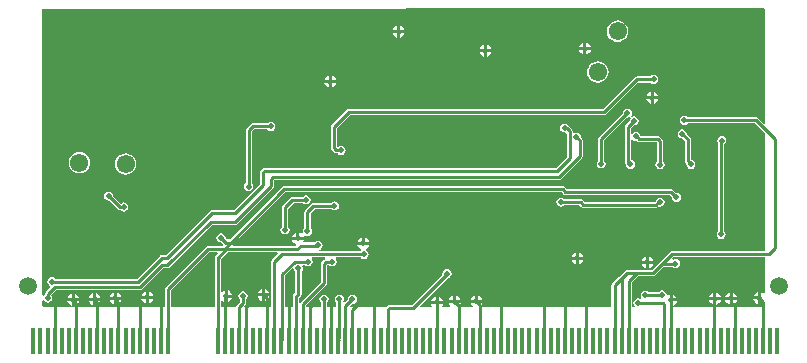
<source format=gbl>
G04*
G04 #@! TF.GenerationSoftware,Altium Limited,Altium Designer,20.0.11 (256)*
G04*
G04 Layer_Physical_Order=2*
G04 Layer_Color=16711680*
%FSLAX25Y25*%
%MOIN*%
G70*
G01*
G75*
%ADD16C,0.01000*%
%ADD52R,0.01772X0.09055*%
%ADD53C,0.06102*%
%ADD54C,0.05906*%
%ADD55C,0.02000*%
G36*
X253500Y116048D02*
Y78095D01*
X253038Y77904D01*
X251221Y79721D01*
X250890Y79942D01*
X250500Y80020D01*
X227723D01*
X227681Y80081D01*
X227185Y80413D01*
X226600Y80529D01*
X226015Y80413D01*
X225519Y80081D01*
X225187Y79585D01*
X225071Y79000D01*
X225187Y78415D01*
X225519Y77919D01*
X226015Y77587D01*
X226600Y77471D01*
X227185Y77587D01*
X227681Y77919D01*
X227723Y77980D01*
X250078D01*
X253500Y74558D01*
Y35420D01*
X222500D01*
X222110Y35342D01*
X221779Y35121D01*
X218585Y31927D01*
X215690Y29032D01*
X207413D01*
X207022Y28955D01*
X206692Y28734D01*
X204679Y26721D01*
X202625Y24667D01*
X202404Y24337D01*
X202327Y23946D01*
Y16600D01*
X158657D01*
X158505Y17100D01*
X158742Y17258D01*
X159184Y17920D01*
X159240Y18200D01*
X155360D01*
X155416Y17920D01*
X155858Y17258D01*
X156095Y17100D01*
X155943Y16600D01*
X151756D01*
X151618Y16895D01*
X151570Y17100D01*
X151984Y17720D01*
X152040Y18000D01*
X148160D01*
X148216Y17720D01*
X148630Y17100D01*
X148582Y16895D01*
X148444Y16600D01*
X146071D01*
X145804Y17100D01*
X146084Y17520D01*
X146140Y17800D01*
X142260D01*
X142316Y17520D01*
X142596Y17100D01*
X142329Y16600D01*
X138595D01*
X138404Y17062D01*
X147765Y26423D01*
X148085Y26487D01*
X148581Y26819D01*
X148913Y27315D01*
X149029Y27900D01*
X148913Y28485D01*
X148581Y28981D01*
X148085Y29313D01*
X147500Y29429D01*
X146915Y29313D01*
X146419Y28981D01*
X146087Y28485D01*
X145971Y27900D01*
X146035Y27577D01*
X135878Y17420D01*
X128342D01*
X127952Y17342D01*
X127621Y17121D01*
X127100Y16600D01*
X115295D01*
X115104Y17062D01*
X115836Y17795D01*
X116000Y17762D01*
X116585Y17878D01*
X117081Y18210D01*
X117413Y18706D01*
X117529Y19291D01*
X117413Y19877D01*
X117081Y20373D01*
X116585Y20704D01*
X116000Y20821D01*
X115415Y20704D01*
X114919Y20373D01*
X114587Y19877D01*
X114476Y19318D01*
X113468Y18309D01*
X112911Y18460D01*
X112873Y18605D01*
X113013Y18815D01*
X113129Y19400D01*
X113013Y19985D01*
X112681Y20481D01*
X112185Y20813D01*
X111600Y20929D01*
X111015Y20813D01*
X110519Y20481D01*
X110187Y19985D01*
X110071Y19400D01*
X110187Y18815D01*
X110519Y18319D01*
X110580Y18277D01*
Y16600D01*
X107520D01*
Y18227D01*
X107581Y18269D01*
X107913Y18765D01*
X108029Y19350D01*
X107913Y19935D01*
X107581Y20431D01*
X107085Y20763D01*
X106500Y20879D01*
X105915Y20763D01*
X105419Y20431D01*
X105087Y19935D01*
X104971Y19350D01*
X105087Y18765D01*
X105419Y18269D01*
X105480Y18227D01*
Y16600D01*
X100429D01*
Y17287D01*
X107221Y24079D01*
X107442Y24410D01*
X107520Y24800D01*
Y30780D01*
X108077D01*
X108119Y30719D01*
X108615Y30387D01*
X109200Y30271D01*
X109785Y30387D01*
X110281Y30719D01*
X110613Y31215D01*
X110729Y31800D01*
X110613Y32385D01*
X110349Y32780D01*
X110469Y33141D01*
X110570Y33280D01*
X118777D01*
X118819Y33219D01*
X119315Y32887D01*
X119900Y32771D01*
X120485Y32887D01*
X120981Y33219D01*
X121313Y33715D01*
X121429Y34300D01*
X121313Y34885D01*
X120981Y35381D01*
X120547Y35672D01*
X120537Y35698D01*
X120507Y35969D01*
X120528Y36214D01*
X121042Y36558D01*
X121484Y37220D01*
X121540Y37500D01*
X117660D01*
X117716Y37220D01*
X118158Y36558D01*
X118820Y36116D01*
X118826Y36115D01*
X118956Y35612D01*
X118680Y35320D01*
X104796D01*
X104746Y35820D01*
X105085Y35887D01*
X105581Y36219D01*
X105913Y36715D01*
X106029Y37300D01*
X105913Y37885D01*
X105581Y38381D01*
X105085Y38713D01*
X104500Y38829D01*
X103915Y38713D01*
X103419Y38381D01*
X103344Y38270D01*
X99780D01*
X99544Y38711D01*
X99684Y38920D01*
X99740Y39200D01*
X95860D01*
X95916Y38920D01*
X96358Y38258D01*
X97020Y37816D01*
X97066Y37807D01*
X97231Y37310D01*
X96989Y37020D01*
X76315D01*
X76123Y37481D01*
X93622Y54980D01*
X185678D01*
X186179Y54479D01*
X186510Y54258D01*
X186900Y54180D01*
X221678D01*
X222485Y53373D01*
X222471Y53300D01*
X222587Y52715D01*
X222919Y52219D01*
X223415Y51887D01*
X224000Y51771D01*
X224585Y51887D01*
X225081Y52219D01*
X225413Y52715D01*
X225529Y53300D01*
X225413Y53885D01*
X225081Y54381D01*
X224585Y54713D01*
X224000Y54829D01*
X223927Y54815D01*
X222821Y55921D01*
X222490Y56142D01*
X222100Y56220D01*
X187322D01*
X186821Y56721D01*
X186490Y56942D01*
X186100Y57020D01*
X93200D01*
X92810Y56942D01*
X92479Y56721D01*
X75028Y39270D01*
X74172D01*
X73715Y39727D01*
X73729Y39800D01*
X73613Y40385D01*
X73281Y40881D01*
X72785Y41213D01*
X72200Y41329D01*
X71615Y41213D01*
X71119Y40881D01*
X70787Y40385D01*
X70671Y39800D01*
X70787Y39215D01*
X71119Y38719D01*
X71615Y38387D01*
X72200Y38271D01*
X72273Y38285D01*
X72804Y37754D01*
X72825Y37500D01*
X72380Y37020D01*
X67900D01*
X67510Y36942D01*
X67179Y36721D01*
X53807Y23348D01*
X53586Y23018D01*
X53508Y22628D01*
Y16600D01*
X13100D01*
X12600Y17100D01*
Y18794D01*
X13100Y18946D01*
X13319Y18619D01*
X13815Y18287D01*
X14400Y18171D01*
X14985Y18287D01*
X15481Y18619D01*
X15813Y19115D01*
X15929Y19700D01*
X15813Y20285D01*
X15538Y20696D01*
X17222Y22380D01*
X45200D01*
X45590Y22458D01*
X45921Y22679D01*
X52922Y29680D01*
X54300D01*
X54690Y29758D01*
X55021Y29979D01*
X69172Y44130D01*
X76850D01*
X77240Y44208D01*
X77571Y44429D01*
X89621Y56479D01*
X89842Y56810D01*
X89920Y57200D01*
Y59080D01*
X184700D01*
X185090Y59158D01*
X185421Y59379D01*
X192421Y66379D01*
X192642Y66710D01*
X192720Y67100D01*
Y72400D01*
X192642Y72790D01*
X192421Y73121D01*
X192115Y73427D01*
X192129Y73500D01*
X192013Y74085D01*
X191681Y74581D01*
X191185Y74913D01*
X190600Y75029D01*
X190015Y74913D01*
X189920Y74849D01*
X189420Y75117D01*
Y75493D01*
X189342Y75883D01*
X189121Y76214D01*
X188305Y77030D01*
X188025Y77217D01*
X187781Y77581D01*
X187285Y77913D01*
X186700Y78029D01*
X186115Y77913D01*
X185619Y77581D01*
X185287Y77085D01*
X185171Y76500D01*
X185287Y75915D01*
X185619Y75419D01*
X186115Y75087D01*
X186700Y74971D01*
X186880Y75007D01*
X187380Y74596D01*
Y66722D01*
X183778Y63120D01*
X86700D01*
X86310Y63042D01*
X85979Y62821D01*
X85479Y62321D01*
X85258Y61990D01*
X85180Y61600D01*
Y57822D01*
X76378Y49020D01*
X69200D01*
X68810Y48942D01*
X68479Y48721D01*
X53878Y34120D01*
X52400D01*
X52010Y34042D01*
X51679Y33821D01*
X44078Y26220D01*
X16923D01*
X16881Y26281D01*
X16385Y26613D01*
X15800Y26729D01*
X15215Y26613D01*
X14719Y26281D01*
X14387Y25785D01*
X14271Y25200D01*
X14387Y24615D01*
X14719Y24119D01*
X15109Y23858D01*
X15264Y23306D01*
X13797Y21839D01*
X13576Y21508D01*
X13498Y21118D01*
Y20901D01*
X13319Y20781D01*
X13100Y20454D01*
X12600Y20606D01*
Y116100D01*
X253146Y116401D01*
X253500Y116048D01*
D02*
G37*
G36*
X106889Y32780D02*
X106696Y32742D01*
X106365Y32521D01*
X105779Y31935D01*
X105558Y31604D01*
X105480Y31214D01*
Y25222D01*
X98689Y18430D01*
X98567Y18248D01*
X98067Y18400D01*
Y19825D01*
X98721Y20479D01*
X98942Y20810D01*
X99020Y21200D01*
Y28477D01*
X99081Y28519D01*
X99413Y29015D01*
X99529Y29600D01*
X99413Y30185D01*
X99283Y30380D01*
X99550Y30880D01*
X100077D01*
X100119Y30819D01*
X100615Y30487D01*
X101200Y30371D01*
X101785Y30487D01*
X102281Y30819D01*
X102613Y31315D01*
X102729Y31900D01*
X102613Y32485D01*
X102416Y32780D01*
X102665Y33280D01*
X106840D01*
X106889Y32780D01*
D02*
G37*
G36*
X253500Y21456D02*
X253205Y21318D01*
X253000Y21270D01*
X252380Y21684D01*
X252100Y21740D01*
Y19800D01*
Y17860D01*
X252380Y17916D01*
X253000Y18330D01*
X253205Y18282D01*
X253500Y18144D01*
Y16600D01*
X222446D01*
X222397Y17100D01*
X222980Y17216D01*
X223642Y17658D01*
X224084Y18320D01*
X224140Y18600D01*
X222200D01*
Y19100D01*
X221700D01*
Y21040D01*
X221420Y20984D01*
X221106Y20774D01*
X221075Y20776D01*
X220584Y21027D01*
X220513Y21385D01*
X220181Y21881D01*
X219685Y22213D01*
X219100Y22329D01*
X218515Y22213D01*
X218019Y21881D01*
X217977Y21820D01*
X214723D01*
X214681Y21881D01*
X214185Y22213D01*
X213600Y22329D01*
X213015Y22213D01*
X212519Y21881D01*
X212187Y21385D01*
X212071Y20800D01*
X212187Y20215D01*
X212270Y20091D01*
X212070Y19489D01*
X211907Y19431D01*
X211785Y19513D01*
X211200Y19629D01*
X210615Y19513D01*
X210119Y19181D01*
X209787Y18685D01*
X209671Y18100D01*
X209787Y17515D01*
X210064Y17100D01*
X209972Y16794D01*
X209845Y16600D01*
X209090D01*
Y24848D01*
X211235Y26993D01*
X216113D01*
X216503Y27071D01*
X216833Y27292D01*
X219729Y30187D01*
X222473D01*
X222519Y30119D01*
X223015Y29787D01*
X223600Y29671D01*
X224185Y29787D01*
X224681Y30119D01*
X225013Y30615D01*
X225129Y31200D01*
X225013Y31785D01*
X224681Y32281D01*
X224185Y32613D01*
X223600Y32729D01*
X223015Y32613D01*
X222848Y32502D01*
X222773Y32524D01*
X222629Y33087D01*
X222922Y33380D01*
X253500D01*
Y21456D01*
D02*
G37*
G36*
X96265Y29664D02*
X96484Y29535D01*
X96587Y29015D01*
X96919Y28519D01*
X96980Y28477D01*
Y21622D01*
X96326Y20968D01*
X96105Y20637D01*
X96028Y20247D01*
Y16600D01*
X93520D01*
Y27278D01*
X95990Y29748D01*
X96265Y29664D01*
D02*
G37*
G36*
X91162Y34519D02*
X89279Y32635D01*
X89058Y32304D01*
X88980Y31914D01*
Y16600D01*
X80195D01*
X80004Y17062D01*
X80221Y17279D01*
X80442Y17610D01*
X80520Y18000D01*
Y19377D01*
X80581Y19419D01*
X80913Y19915D01*
X81029Y20500D01*
X80913Y21085D01*
X80581Y21581D01*
X80085Y21913D01*
X79500Y22029D01*
X78915Y21913D01*
X78419Y21581D01*
X78087Y21085D01*
X77971Y20500D01*
X78087Y19915D01*
X78419Y19419D01*
X78480Y19377D01*
Y18422D01*
X77429Y17371D01*
X77208Y17040D01*
X77130Y16650D01*
Y16600D01*
X72083D01*
Y18689D01*
X72583Y18875D01*
X73120Y18516D01*
X73400Y18460D01*
Y20400D01*
Y22340D01*
X73120Y22284D01*
X72583Y21925D01*
X72083Y22111D01*
Y32641D01*
X74422Y34980D01*
X90971D01*
X91162Y34519D01*
D02*
G37*
G36*
X71077D02*
X70342Y33784D01*
X70121Y33453D01*
X70043Y33063D01*
Y16600D01*
X55547D01*
Y22205D01*
X68322Y34980D01*
X70885D01*
X71077Y34519D01*
D02*
G37*
%LPC*%
G36*
X131900Y110440D02*
Y109000D01*
X133340D01*
X133284Y109280D01*
X132842Y109942D01*
X132180Y110384D01*
X131900Y110440D01*
D02*
G37*
G36*
X130900D02*
X130620Y110384D01*
X129958Y109942D01*
X129516Y109280D01*
X129460Y109000D01*
X130900D01*
Y110440D01*
D02*
G37*
G36*
X133340Y108000D02*
X131900D01*
Y106560D01*
X132180Y106616D01*
X132842Y107058D01*
X133284Y107720D01*
X133340Y108000D01*
D02*
G37*
G36*
X130900D02*
X129460D01*
X129516Y107720D01*
X129958Y107058D01*
X130620Y106616D01*
X130900Y106560D01*
Y108000D01*
D02*
G37*
G36*
X204400Y112282D02*
X203473Y112160D01*
X202609Y111802D01*
X201867Y111233D01*
X201298Y110491D01*
X200940Y109627D01*
X200818Y108700D01*
X200940Y107773D01*
X201298Y106909D01*
X201867Y106167D01*
X202609Y105598D01*
X203473Y105240D01*
X204400Y105118D01*
X205327Y105240D01*
X206191Y105598D01*
X206933Y106167D01*
X207502Y106909D01*
X207860Y107773D01*
X207982Y108700D01*
X207860Y109627D01*
X207502Y110491D01*
X206933Y111233D01*
X206191Y111802D01*
X205327Y112160D01*
X204400Y112282D01*
D02*
G37*
G36*
X194000Y104840D02*
Y103400D01*
X195440D01*
X195384Y103680D01*
X194942Y104342D01*
X194280Y104784D01*
X194000Y104840D01*
D02*
G37*
G36*
X193000D02*
X192720Y104784D01*
X192058Y104342D01*
X191616Y103680D01*
X191560Y103400D01*
X193000D01*
Y104840D01*
D02*
G37*
G36*
X160800Y104140D02*
Y102700D01*
X162240D01*
X162184Y102980D01*
X161742Y103642D01*
X161080Y104084D01*
X160800Y104140D01*
D02*
G37*
G36*
X159800D02*
X159520Y104084D01*
X158858Y103642D01*
X158416Y102980D01*
X158360Y102700D01*
X159800D01*
Y104140D01*
D02*
G37*
G36*
X195440Y102400D02*
X194000D01*
Y100960D01*
X194280Y101016D01*
X194942Y101458D01*
X195384Y102120D01*
X195440Y102400D01*
D02*
G37*
G36*
X193000D02*
X191560D01*
X191616Y102120D01*
X192058Y101458D01*
X192720Y101016D01*
X193000Y100960D01*
Y102400D01*
D02*
G37*
G36*
X162240Y101700D02*
X160800D01*
Y100260D01*
X161080Y100316D01*
X161742Y100758D01*
X162184Y101420D01*
X162240Y101700D01*
D02*
G37*
G36*
X159800D02*
X158360D01*
X158416Y101420D01*
X158858Y100758D01*
X159520Y100316D01*
X159800Y100260D01*
Y101700D01*
D02*
G37*
G36*
X109100Y93840D02*
Y92400D01*
X110540D01*
X110484Y92680D01*
X110042Y93342D01*
X109380Y93784D01*
X109100Y93840D01*
D02*
G37*
G36*
X108100D02*
X107820Y93784D01*
X107158Y93342D01*
X106716Y92680D01*
X106660Y92400D01*
X108100D01*
Y93840D01*
D02*
G37*
G36*
X197800Y98682D02*
X196873Y98560D01*
X196009Y98202D01*
X195267Y97633D01*
X194698Y96891D01*
X194340Y96027D01*
X194218Y95100D01*
X194340Y94173D01*
X194698Y93309D01*
X195267Y92567D01*
X196009Y91998D01*
X196873Y91640D01*
X197800Y91518D01*
X198727Y91640D01*
X199591Y91998D01*
X200333Y92567D01*
X200902Y93309D01*
X201260Y94173D01*
X201382Y95100D01*
X201260Y96027D01*
X200902Y96891D01*
X200333Y97633D01*
X199591Y98202D01*
X198727Y98560D01*
X197800Y98682D01*
D02*
G37*
G36*
X216370Y94129D02*
X215785Y94013D01*
X215289Y93681D01*
X215248Y93620D01*
X210800D01*
X210410Y93542D01*
X210079Y93321D01*
X199478Y82720D01*
X114700D01*
X114310Y82642D01*
X113979Y82421D01*
X108979Y77421D01*
X108758Y77090D01*
X108680Y76700D01*
Y69900D01*
X108758Y69510D01*
X108979Y69179D01*
X109879Y68279D01*
X110210Y68058D01*
X110600Y67980D01*
X111077D01*
X111119Y67919D01*
X111615Y67587D01*
X112200Y67471D01*
X112785Y67587D01*
X113281Y67919D01*
X113613Y68415D01*
X113729Y69000D01*
X113613Y69585D01*
X113281Y70081D01*
X112785Y70413D01*
X112200Y70529D01*
X111615Y70413D01*
X111119Y70081D01*
X110720Y70370D01*
Y76278D01*
X115122Y80680D01*
X199900D01*
X200290Y80758D01*
X200621Y80979D01*
X211222Y91580D01*
X215248D01*
X215289Y91519D01*
X215785Y91187D01*
X216370Y91071D01*
X216956Y91187D01*
X217452Y91519D01*
X217783Y92015D01*
X217900Y92600D01*
X217783Y93185D01*
X217452Y93681D01*
X216956Y94013D01*
X216370Y94129D01*
D02*
G37*
G36*
X110540Y91400D02*
X109100D01*
Y89960D01*
X109380Y90016D01*
X110042Y90458D01*
X110484Y91120D01*
X110540Y91400D01*
D02*
G37*
G36*
X108100D02*
X106660D01*
X106716Y91120D01*
X107158Y90458D01*
X107820Y90016D01*
X108100Y89960D01*
Y91400D01*
D02*
G37*
G36*
X216400Y88440D02*
Y87000D01*
X217840D01*
X217784Y87280D01*
X217342Y87942D01*
X216680Y88384D01*
X216400Y88440D01*
D02*
G37*
G36*
X215400D02*
X215120Y88384D01*
X214458Y87942D01*
X214016Y87280D01*
X213960Y87000D01*
X215400D01*
Y88440D01*
D02*
G37*
G36*
X217840Y86000D02*
X216400D01*
Y84560D01*
X216680Y84616D01*
X217342Y85058D01*
X217784Y85720D01*
X217840Y86000D01*
D02*
G37*
G36*
X215400D02*
X213960D01*
X214016Y85720D01*
X214458Y85058D01*
X215120Y84616D01*
X215400Y84560D01*
Y86000D01*
D02*
G37*
G36*
X207600Y82929D02*
X207015Y82813D01*
X206519Y82481D01*
X206187Y81985D01*
X206071Y81400D01*
X206085Y81327D01*
X198179Y73421D01*
X197958Y73090D01*
X197880Y72700D01*
Y65623D01*
X197819Y65581D01*
X197487Y65085D01*
X197371Y64500D01*
X197487Y63915D01*
X197819Y63419D01*
X198315Y63087D01*
X198900Y62971D01*
X199485Y63087D01*
X199981Y63419D01*
X200313Y63915D01*
X200429Y64500D01*
X200313Y65085D01*
X199981Y65581D01*
X199920Y65623D01*
Y72278D01*
X207527Y79885D01*
X207600Y79871D01*
X208185Y79987D01*
X208370Y80111D01*
X208731Y79750D01*
X208487Y79385D01*
X208371Y78800D01*
X208385Y78727D01*
X206979Y77321D01*
X206758Y76990D01*
X206680Y76600D01*
Y65386D01*
X206758Y64996D01*
X206979Y64665D01*
X207116Y64528D01*
X207071Y64300D01*
X207187Y63715D01*
X207519Y63219D01*
X208015Y62887D01*
X208600Y62771D01*
X209185Y62887D01*
X209681Y63219D01*
X210013Y63715D01*
X210129Y64300D01*
X210013Y64885D01*
X209681Y65381D01*
X209185Y65713D01*
X208723Y65805D01*
X208720Y65808D01*
Y72665D01*
X209220Y72816D01*
X209419Y72519D01*
X209915Y72187D01*
X210500Y72071D01*
X210728Y72116D01*
X210865Y71979D01*
X211196Y71758D01*
X211586Y71680D01*
X217478D01*
X217480Y71678D01*
Y65323D01*
X217419Y65281D01*
X217087Y64785D01*
X216971Y64200D01*
X217087Y63615D01*
X217419Y63119D01*
X217915Y62787D01*
X218500Y62671D01*
X219085Y62787D01*
X219581Y63119D01*
X219913Y63615D01*
X220029Y64200D01*
X219913Y64785D01*
X219581Y65281D01*
X219520Y65323D01*
Y72100D01*
X219442Y72490D01*
X219221Y72821D01*
X218621Y73421D01*
X218290Y73642D01*
X217900Y73720D01*
X212008D01*
X212005Y73723D01*
X211913Y74185D01*
X211581Y74681D01*
X211085Y75013D01*
X210500Y75129D01*
X209915Y75013D01*
X209419Y74681D01*
X209220Y74384D01*
X208720Y74535D01*
Y76178D01*
X209827Y77285D01*
X209900Y77271D01*
X210485Y77387D01*
X210981Y77719D01*
X211313Y78215D01*
X211429Y78800D01*
X211313Y79385D01*
X210981Y79881D01*
X210485Y80213D01*
X209900Y80329D01*
X209315Y80213D01*
X209130Y80089D01*
X208769Y80450D01*
X209013Y80815D01*
X209129Y81400D01*
X209013Y81985D01*
X208681Y82481D01*
X208185Y82813D01*
X207600Y82929D01*
D02*
G37*
G36*
X88800Y78529D02*
X88215Y78413D01*
X87719Y78081D01*
X87677Y78020D01*
X82800D01*
X82410Y77942D01*
X82079Y77721D01*
X80679Y76321D01*
X80458Y75990D01*
X80380Y75600D01*
Y58023D01*
X80319Y57981D01*
X79987Y57485D01*
X79871Y56900D01*
X79987Y56315D01*
X80319Y55819D01*
X80815Y55487D01*
X81400Y55371D01*
X81985Y55487D01*
X82481Y55819D01*
X82813Y56315D01*
X82929Y56900D01*
X82813Y57485D01*
X82481Y57981D01*
X82420Y58023D01*
Y75178D01*
X83222Y75980D01*
X87677D01*
X87719Y75919D01*
X88215Y75587D01*
X88800Y75471D01*
X89385Y75587D01*
X89881Y75919D01*
X90213Y76415D01*
X90329Y77000D01*
X90213Y77585D01*
X89881Y78081D01*
X89385Y78413D01*
X88800Y78529D01*
D02*
G37*
G36*
X225900Y76029D02*
X225315Y75913D01*
X224819Y75581D01*
X224487Y75085D01*
X224371Y74500D01*
X224487Y73915D01*
X224819Y73419D01*
X225315Y73087D01*
X225900Y72971D01*
X225973Y72985D01*
X226780Y72178D01*
Y65386D01*
X226858Y64996D01*
X227079Y64665D01*
X227299Y64445D01*
X227271Y64300D01*
X227387Y63715D01*
X227719Y63219D01*
X228215Y62887D01*
X228800Y62771D01*
X229385Y62887D01*
X229881Y63219D01*
X230213Y63715D01*
X230329Y64300D01*
X230213Y64885D01*
X229881Y65381D01*
X229385Y65713D01*
X228820Y65825D01*
Y72600D01*
X228742Y72990D01*
X228521Y73321D01*
X227415Y74427D01*
X227429Y74500D01*
X227313Y75085D01*
X226981Y75581D01*
X226485Y75913D01*
X225900Y76029D01*
D02*
G37*
G36*
X25000Y68482D02*
X24073Y68360D01*
X23209Y68002D01*
X22467Y67433D01*
X21898Y66691D01*
X21540Y65827D01*
X21418Y64900D01*
X21540Y63973D01*
X21898Y63109D01*
X22467Y62367D01*
X23209Y61798D01*
X24073Y61440D01*
X25000Y61318D01*
X25927Y61440D01*
X26791Y61798D01*
X27533Y62367D01*
X28102Y63109D01*
X28460Y63973D01*
X28582Y64900D01*
X28460Y65827D01*
X28102Y66691D01*
X27533Y67433D01*
X26791Y68002D01*
X25927Y68360D01*
X25000Y68482D01*
D02*
G37*
G36*
X40400Y67982D02*
X39473Y67860D01*
X38609Y67502D01*
X37867Y66933D01*
X37298Y66191D01*
X36940Y65327D01*
X36818Y64400D01*
X36940Y63473D01*
X37298Y62609D01*
X37867Y61867D01*
X38609Y61298D01*
X39473Y60940D01*
X40400Y60818D01*
X41327Y60940D01*
X42191Y61298D01*
X42933Y61867D01*
X43502Y62609D01*
X43860Y63473D01*
X43982Y64400D01*
X43860Y65327D01*
X43502Y66191D01*
X42933Y66933D01*
X42191Y67502D01*
X41327Y67860D01*
X40400Y67982D01*
D02*
G37*
G36*
X218500Y53229D02*
X217915Y53113D01*
X217419Y52781D01*
X217087Y52285D01*
X217073Y52215D01*
X216778Y51920D01*
X193289D01*
X192788Y52421D01*
X192457Y52642D01*
X192067Y52720D01*
X186623D01*
X186581Y52781D01*
X186085Y53113D01*
X185500Y53229D01*
X184915Y53113D01*
X184419Y52781D01*
X184087Y52285D01*
X183971Y51700D01*
X184087Y51115D01*
X184419Y50619D01*
X184915Y50287D01*
X185500Y50171D01*
X186085Y50287D01*
X186581Y50619D01*
X186623Y50680D01*
X191644D01*
X192146Y50179D01*
X192476Y49958D01*
X192867Y49880D01*
X217200D01*
X217590Y49958D01*
X217921Y50179D01*
X218010Y50268D01*
X218500Y50171D01*
X219085Y50287D01*
X219581Y50619D01*
X219913Y51115D01*
X220029Y51700D01*
X219913Y52285D01*
X219581Y52781D01*
X219085Y53113D01*
X218500Y53229D01*
D02*
G37*
G36*
X100500Y54029D02*
X99915Y53913D01*
X99419Y53581D01*
X99377Y53520D01*
X96000D01*
X95610Y53442D01*
X95279Y53221D01*
X92779Y50721D01*
X92558Y50390D01*
X92480Y50000D01*
Y43623D01*
X92419Y43581D01*
X92087Y43085D01*
X91971Y42500D01*
X92087Y41915D01*
X92419Y41419D01*
X92915Y41087D01*
X93500Y40971D01*
X94085Y41087D01*
X94581Y41419D01*
X94913Y41915D01*
X95029Y42500D01*
X94913Y43085D01*
X94581Y43581D01*
X94520Y43623D01*
Y49578D01*
X96422Y51480D01*
X99377D01*
X99419Y51419D01*
X99915Y51087D01*
X100500Y50971D01*
X101085Y51087D01*
X101581Y51419D01*
X101913Y51915D01*
X102029Y52500D01*
X101913Y53085D01*
X101581Y53581D01*
X101085Y53913D01*
X100500Y54029D01*
D02*
G37*
G36*
X110000Y52029D02*
X109415Y51913D01*
X108919Y51581D01*
X108877Y51520D01*
X103000D01*
X102610Y51442D01*
X102279Y51221D01*
X100279Y49221D01*
X100058Y48890D01*
X99980Y48500D01*
Y43123D01*
X99919Y43081D01*
X99587Y42585D01*
X99471Y42000D01*
X99575Y41475D01*
X99574Y41474D01*
X99330Y41284D01*
X99159Y41197D01*
X98580Y41584D01*
X98300Y41640D01*
Y40200D01*
X99740D01*
X99685Y40473D01*
X99703Y40498D01*
X100052Y40829D01*
X100415Y40587D01*
X101000Y40471D01*
X101585Y40587D01*
X102081Y40919D01*
X102413Y41415D01*
X102529Y42000D01*
X102413Y42585D01*
X102081Y43081D01*
X102020Y43123D01*
Y48078D01*
X103422Y49480D01*
X108877D01*
X108919Y49419D01*
X109415Y49087D01*
X110000Y48971D01*
X110585Y49087D01*
X111081Y49419D01*
X111413Y49915D01*
X111529Y50500D01*
X111413Y51085D01*
X111081Y51581D01*
X110585Y51913D01*
X110000Y52029D01*
D02*
G37*
G36*
X34700Y55229D02*
X34115Y55113D01*
X33619Y54781D01*
X33287Y54285D01*
X33171Y53700D01*
X33287Y53115D01*
X33619Y52619D01*
X34115Y52287D01*
X34700Y52171D01*
X34856Y52202D01*
X37679Y49379D01*
X38010Y49158D01*
X38400Y49080D01*
X38577D01*
X38619Y49019D01*
X39115Y48687D01*
X39700Y48571D01*
X40285Y48687D01*
X40781Y49019D01*
X41113Y49515D01*
X41229Y50100D01*
X41113Y50685D01*
X40781Y51181D01*
X40285Y51513D01*
X39700Y51629D01*
X39115Y51513D01*
X38704Y51238D01*
X36226Y53716D01*
X36113Y54285D01*
X35781Y54781D01*
X35285Y55113D01*
X34700Y55229D01*
D02*
G37*
G36*
X97300Y41640D02*
X97020Y41584D01*
X96358Y41142D01*
X95916Y40480D01*
X95860Y40200D01*
X97300D01*
Y41640D01*
D02*
G37*
G36*
X239100Y73729D02*
X238515Y73613D01*
X238019Y73281D01*
X237687Y72785D01*
X237571Y72200D01*
X237687Y71615D01*
X237885Y71318D01*
X237880Y71293D01*
Y42123D01*
X237819Y42081D01*
X237487Y41585D01*
X237371Y41000D01*
X237487Y40415D01*
X237819Y39919D01*
X238315Y39587D01*
X238900Y39471D01*
X239485Y39587D01*
X239981Y39919D01*
X240313Y40415D01*
X240429Y41000D01*
X240313Y41585D01*
X239981Y42081D01*
X239920Y42123D01*
Y70944D01*
X240181Y71119D01*
X240513Y71615D01*
X240629Y72200D01*
X240513Y72785D01*
X240181Y73281D01*
X239685Y73613D01*
X239100Y73729D01*
D02*
G37*
G36*
X120100Y39940D02*
Y38500D01*
X121540D01*
X121484Y38780D01*
X121042Y39442D01*
X120380Y39884D01*
X120100Y39940D01*
D02*
G37*
G36*
X119100D02*
X118820Y39884D01*
X118158Y39442D01*
X117716Y38780D01*
X117660Y38500D01*
X119100D01*
Y39940D01*
D02*
G37*
G36*
X191500Y34940D02*
Y33500D01*
X192940D01*
X192884Y33780D01*
X192442Y34442D01*
X191780Y34884D01*
X191500Y34940D01*
D02*
G37*
G36*
X190500D02*
X190220Y34884D01*
X189558Y34442D01*
X189116Y33780D01*
X189060Y33500D01*
X190500D01*
Y34940D01*
D02*
G37*
G36*
X214800Y33640D02*
Y32200D01*
X216240D01*
X216184Y32480D01*
X215742Y33142D01*
X215080Y33584D01*
X214800Y33640D01*
D02*
G37*
G36*
X213800D02*
X213520Y33584D01*
X212858Y33142D01*
X212416Y32480D01*
X212360Y32200D01*
X213800D01*
Y33640D01*
D02*
G37*
G36*
X192940Y32500D02*
X191500D01*
Y31060D01*
X191780Y31116D01*
X192442Y31558D01*
X192884Y32220D01*
X192940Y32500D01*
D02*
G37*
G36*
X190500D02*
X189060D01*
X189116Y32220D01*
X189558Y31558D01*
X190220Y31116D01*
X190500Y31060D01*
Y32500D01*
D02*
G37*
G36*
X216240Y31200D02*
X214800D01*
Y29760D01*
X215080Y29816D01*
X215742Y30258D01*
X216184Y30920D01*
X216240Y31200D01*
D02*
G37*
G36*
X213800D02*
X212360D01*
X212416Y30920D01*
X212858Y30258D01*
X213520Y29816D01*
X213800Y29760D01*
Y31200D01*
D02*
G37*
G36*
X48100Y21894D02*
Y20454D01*
X49540D01*
X49484Y20735D01*
X49042Y21396D01*
X48380Y21838D01*
X48100Y21894D01*
D02*
G37*
G36*
X47100D02*
X46820Y21838D01*
X46158Y21396D01*
X45716Y20735D01*
X45660Y20454D01*
X47100D01*
Y21894D01*
D02*
G37*
G36*
X37500Y21540D02*
Y20100D01*
X38940D01*
X38884Y20380D01*
X38442Y21042D01*
X37780Y21484D01*
X37500Y21540D01*
D02*
G37*
G36*
X36500D02*
X36220Y21484D01*
X35558Y21042D01*
X35116Y20380D01*
X35060Y20100D01*
X36500D01*
Y21540D01*
D02*
G37*
G36*
X30600Y21340D02*
Y19900D01*
X32040D01*
X31984Y20180D01*
X31542Y20842D01*
X30880Y21284D01*
X30600Y21340D01*
D02*
G37*
G36*
X29600D02*
X29320Y21284D01*
X28658Y20842D01*
X28216Y20180D01*
X28160Y19900D01*
X29600D01*
Y21340D01*
D02*
G37*
G36*
X23400Y21140D02*
Y19700D01*
X24840D01*
X24784Y19980D01*
X24342Y20642D01*
X23680Y21084D01*
X23400Y21140D01*
D02*
G37*
G36*
X22400D02*
X22120Y21084D01*
X21458Y20642D01*
X21016Y19980D01*
X20960Y19700D01*
X22400D01*
Y21140D01*
D02*
G37*
G36*
X157800Y20640D02*
Y19200D01*
X159240D01*
X159184Y19480D01*
X158742Y20142D01*
X158080Y20584D01*
X157800Y20640D01*
D02*
G37*
G36*
X156800D02*
X156520Y20584D01*
X155858Y20142D01*
X155416Y19480D01*
X155360Y19200D01*
X156800D01*
Y20640D01*
D02*
G37*
G36*
X150600Y20440D02*
Y19000D01*
X152040D01*
X151984Y19280D01*
X151542Y19942D01*
X150880Y20384D01*
X150600Y20440D01*
D02*
G37*
G36*
X149600D02*
X149320Y20384D01*
X148658Y19942D01*
X148216Y19280D01*
X148160Y19000D01*
X149600D01*
Y20440D01*
D02*
G37*
G36*
X144700Y20240D02*
Y18800D01*
X146140D01*
X146084Y19080D01*
X145642Y19742D01*
X144980Y20184D01*
X144700Y20240D01*
D02*
G37*
G36*
X143700D02*
X143420Y20184D01*
X142758Y19742D01*
X142316Y19080D01*
X142260Y18800D01*
X143700D01*
Y20240D01*
D02*
G37*
G36*
X49540Y19454D02*
X48100D01*
Y18015D01*
X48380Y18070D01*
X49042Y18512D01*
X49484Y19174D01*
X49540Y19454D01*
D02*
G37*
G36*
X47100D02*
X45660D01*
X45716Y19174D01*
X46158Y18512D01*
X46820Y18070D01*
X47100Y18015D01*
Y19454D01*
D02*
G37*
G36*
X38940Y19100D02*
X37500D01*
Y17660D01*
X37780Y17716D01*
X38442Y18158D01*
X38884Y18820D01*
X38940Y19100D01*
D02*
G37*
G36*
X36500D02*
X35060D01*
X35116Y18820D01*
X35558Y18158D01*
X36220Y17716D01*
X36500Y17660D01*
Y19100D01*
D02*
G37*
G36*
X32040Y18900D02*
X30600D01*
Y17460D01*
X30880Y17516D01*
X31542Y17958D01*
X31984Y18620D01*
X32040Y18900D01*
D02*
G37*
G36*
X29600D02*
X28160D01*
X28216Y18620D01*
X28658Y17958D01*
X29320Y17516D01*
X29600Y17460D01*
Y18900D01*
D02*
G37*
G36*
X24840Y18700D02*
X23400D01*
Y17260D01*
X23680Y17316D01*
X24342Y17758D01*
X24784Y18420D01*
X24840Y18700D01*
D02*
G37*
G36*
X22400D02*
X20960D01*
X21016Y18420D01*
X21458Y17758D01*
X22120Y17316D01*
X22400Y17260D01*
Y18700D01*
D02*
G37*
G36*
X251100Y21740D02*
X250820Y21684D01*
X250158Y21242D01*
X249716Y20580D01*
X249660Y20300D01*
X251100D01*
Y21740D01*
D02*
G37*
G36*
X242700Y21540D02*
Y20100D01*
X244140D01*
X244084Y20380D01*
X243642Y21042D01*
X242980Y21484D01*
X242700Y21540D01*
D02*
G37*
G36*
X241700D02*
X241420Y21484D01*
X240758Y21042D01*
X240316Y20380D01*
X240260Y20100D01*
X241700D01*
Y21540D01*
D02*
G37*
G36*
X237300Y21440D02*
Y20000D01*
X238740D01*
X238684Y20280D01*
X238242Y20942D01*
X237580Y21384D01*
X237300Y21440D01*
D02*
G37*
G36*
X236300D02*
X236020Y21384D01*
X235358Y20942D01*
X234916Y20280D01*
X234860Y20000D01*
X236300D01*
Y21440D01*
D02*
G37*
G36*
X222700Y21040D02*
Y19600D01*
X224140D01*
X224084Y19880D01*
X223642Y20542D01*
X222980Y20984D01*
X222700Y21040D01*
D02*
G37*
G36*
X251100Y19300D02*
X249660D01*
X249716Y19020D01*
X250158Y18358D01*
X250820Y17916D01*
X251100Y17860D01*
Y19300D01*
D02*
G37*
G36*
X244140Y19100D02*
X242700D01*
Y17660D01*
X242980Y17716D01*
X243642Y18158D01*
X244084Y18820D01*
X244140Y19100D01*
D02*
G37*
G36*
X241700D02*
X240260D01*
X240316Y18820D01*
X240758Y18158D01*
X241420Y17716D01*
X241700Y17660D01*
Y19100D01*
D02*
G37*
G36*
X238740Y19000D02*
X237300D01*
Y17560D01*
X237580Y17616D01*
X238242Y18058D01*
X238684Y18720D01*
X238740Y19000D01*
D02*
G37*
G36*
X236300D02*
X234860D01*
X234916Y18720D01*
X235358Y18058D01*
X236020Y17616D01*
X236300Y17560D01*
Y19000D01*
D02*
G37*
G36*
X86900Y22740D02*
Y21300D01*
X88340D01*
X88284Y21580D01*
X87842Y22242D01*
X87180Y22684D01*
X86900Y22740D01*
D02*
G37*
G36*
X85900D02*
X85620Y22684D01*
X84958Y22242D01*
X84516Y21580D01*
X84460Y21300D01*
X85900D01*
Y22740D01*
D02*
G37*
G36*
X74400Y22340D02*
Y20900D01*
X75840D01*
X75784Y21180D01*
X75342Y21842D01*
X74680Y22284D01*
X74400Y22340D01*
D02*
G37*
G36*
X88340Y20300D02*
X86900D01*
Y18860D01*
X87180Y18916D01*
X87842Y19358D01*
X88284Y20020D01*
X88340Y20300D01*
D02*
G37*
G36*
X85900D02*
X84460D01*
X84516Y20020D01*
X84958Y19358D01*
X85620Y18916D01*
X85900Y18860D01*
Y20300D01*
D02*
G37*
G36*
X75840Y19900D02*
X74400D01*
Y18460D01*
X74680Y18516D01*
X75342Y18958D01*
X75784Y19620D01*
X75840Y19900D01*
D02*
G37*
%LPD*%
D16*
X34800Y53700D02*
X38400Y50100D01*
X39700D01*
X34700Y53700D02*
X34800D01*
X219306Y31206D02*
X222500Y34400D01*
X216113Y28013D02*
X219306Y31206D01*
X223594D02*
X223600Y31200D01*
X219306Y31206D02*
X223594D01*
X254700Y34400D02*
X256700Y36400D01*
X222500Y34400D02*
X254700D01*
X238900Y41000D02*
Y71293D01*
X210813Y28013D02*
X216113D01*
X114700Y81700D02*
X199900D01*
X210800Y92600D01*
X216370D01*
X75450Y38250D02*
X93200Y56000D01*
X186100D02*
X186900Y55200D01*
X93200Y56000D02*
X186100D01*
X186900Y55200D02*
X222100D01*
X225900Y74500D02*
X227800Y72600D01*
X228800Y64300D02*
Y64386D01*
X227800Y65386D02*
X228800Y64386D01*
X227800Y65386D02*
Y72600D01*
X210500Y73600D02*
X210686D01*
X211586Y72700D01*
X217900D01*
X207700Y76600D02*
X209900Y78800D01*
X208600Y64300D02*
Y64486D01*
X207700Y65386D02*
X208600Y64486D01*
X207700Y65386D02*
Y76600D01*
X218500Y64200D02*
Y72100D01*
X217900Y72700D02*
X218500Y72100D01*
X256700Y36400D02*
Y72800D01*
X250500Y79000D02*
X256700Y72800D01*
X198900Y64500D02*
Y72700D01*
X207600Y81400D01*
X226600Y79000D02*
X250500D01*
X208071Y25271D02*
X210813Y28013D01*
X207413D02*
X210813D01*
X208071Y5512D02*
Y25271D01*
X205400Y26000D02*
X207413Y28013D01*
X205709Y5512D02*
Y25691D01*
X238909Y72009D02*
X239100Y72200D01*
X238909Y71302D02*
Y72009D01*
X238900Y71293D02*
X238909Y71302D01*
X205400Y26000D02*
X205709Y25691D01*
X222100Y55200D02*
X224000Y53300D01*
X203346Y23946D02*
X205400Y26000D01*
X203346Y5512D02*
Y23946D01*
X213600Y20800D02*
X219100D01*
X211071Y18100D02*
X211171Y18200D01*
X211071Y18100D02*
X211200D01*
X211171Y18200D02*
X219414D01*
X73200Y36000D02*
X75450Y38250D01*
X72200Y39800D02*
X73750Y38250D01*
X75450D01*
X73200Y36000D02*
X74000D01*
X67900D02*
X73200D01*
X71063Y33063D02*
X74000Y36000D01*
X218000Y51700D02*
X218500D01*
X217200Y50900D02*
X218000Y51700D01*
X185500D02*
X192067D01*
X192867Y50900D01*
X217200D01*
X144291Y5512D02*
Y18938D01*
X252953Y5512D02*
Y18447D01*
X251600Y19800D02*
X252953Y18447D01*
X242200Y19600D02*
X242322Y19478D01*
Y18186D02*
Y19478D01*
Y18186D02*
X243504Y17004D01*
Y5512D02*
Y17004D01*
X236417Y5512D02*
Y18847D01*
X236800Y19229D01*
Y19500D01*
X222244Y5512D02*
Y19056D01*
X222200Y19100D02*
X222244Y19056D01*
X186811Y5512D02*
Y17589D01*
X186800Y17600D02*
X186811Y17589D01*
X179724Y5512D02*
Y16924D01*
X179800Y17000D01*
X165551Y5512D02*
Y16951D01*
X165600Y17000D01*
X158465Y5512D02*
Y17535D01*
X157300Y18700D02*
X158465Y17535D01*
X151378Y5512D02*
Y17222D01*
X150100Y18500D02*
X151378Y17222D01*
X144200Y19029D02*
X144291Y18938D01*
X144200Y18300D02*
Y19029D01*
X106500Y5516D02*
Y19350D01*
X111200Y6091D02*
X111600Y6491D01*
Y19400D01*
X123031Y5512D02*
Y17068D01*
X122900Y17200D02*
X123031Y17068D01*
X115945Y15845D02*
X117494Y17394D01*
X115945Y5512D02*
Y15845D01*
X108858Y5512D02*
Y17342D01*
X108800Y17400D02*
X108858Y17342D01*
X101772Y5512D02*
Y16772D01*
X102700Y17700D01*
X94685Y5512D02*
Y17315D01*
X94600Y17400D02*
X94685Y17315D01*
X80512Y5512D02*
Y16712D01*
X81400Y17600D01*
X87598Y5512D02*
Y19602D01*
X86400Y20800D02*
X87598Y19602D01*
X79500Y18000D02*
Y20500D01*
X73425Y5512D02*
Y19655D01*
X73900Y20129D01*
Y20400D01*
X52165Y5512D02*
Y17265D01*
X52200Y17300D01*
X45079Y5512D02*
Y17179D01*
X45100Y17200D01*
X37992Y5512D02*
Y18514D01*
X37000Y19506D02*
X37992Y18514D01*
X37000Y19506D02*
Y19600D01*
X30906Y5512D02*
Y18324D01*
X30100Y19129D02*
X30906Y18324D01*
X30100Y19129D02*
Y19400D01*
X16732Y5512D02*
Y17432D01*
X16800Y17500D01*
X23091Y18738D02*
X23819Y18011D01*
Y5512D02*
Y18011D01*
X23091Y18738D02*
Y18761D01*
X193800Y18000D02*
X193898Y17902D01*
Y5512D02*
Y17902D01*
X184700Y60100D02*
X191700Y67100D01*
X190600Y73500D02*
X191700Y72400D01*
Y67100D02*
Y72400D01*
X186700Y76500D02*
X186891Y76309D01*
X187584D01*
X188400Y75493D01*
Y66300D02*
Y75493D01*
X89486Y60100D02*
X184700D01*
X184200Y62100D02*
X188400Y66300D01*
X86700Y62100D02*
X184200D01*
X88900Y57200D02*
Y59514D01*
X89486Y60100D01*
X76850Y45150D02*
X88900Y57200D01*
X68750Y45150D02*
X76850D01*
X54300Y30700D02*
X68750Y45150D01*
X52500Y30700D02*
X54300D01*
X45200Y23400D02*
X52500Y30700D01*
X16800Y23400D02*
X45200D01*
X14400Y19700D02*
X14518Y19818D01*
Y21118D02*
X16800Y23400D01*
X14518Y19818D02*
Y21118D01*
X86200Y61600D02*
X86700Y62100D01*
X86200Y57400D02*
Y61600D01*
X69200Y48000D02*
X76800D01*
X86200Y57400D01*
X54300Y33100D02*
X69200Y48000D01*
X52400Y33100D02*
X54300D01*
X44500Y25200D02*
X52400Y33100D01*
X15800Y25200D02*
X44500D01*
X81400Y56900D02*
Y75600D01*
X82800Y77000D02*
X88800D01*
X81400Y75600D02*
X82800Y77000D01*
X110600Y69000D02*
X112200D01*
X109700Y69900D02*
Y76700D01*
Y69900D02*
X110600Y69000D01*
X109700Y76700D02*
X114700Y81700D01*
X74000Y36000D02*
X97500D01*
X71063Y5512D02*
Y33063D01*
X54528Y5512D02*
Y22628D01*
X67900Y36000D01*
X104450Y37250D02*
X104500Y37300D01*
X98750Y37250D02*
X104450D01*
X220000Y5630D02*
Y17614D01*
X219414Y18200D02*
X220000Y17614D01*
X218777Y20477D02*
X219100Y20800D01*
X229300Y5542D02*
X229331Y5512D01*
X136300Y16400D02*
X147650Y27750D01*
X128342Y16400D02*
X136300D01*
X127756Y5512D02*
Y15814D01*
X128342Y16400D01*
X113583Y16983D02*
X115946Y19346D01*
X99410Y5512D02*
Y17709D01*
X106500Y24800D02*
Y31214D01*
X99410Y17709D02*
X106500Y24800D01*
X107086Y31800D02*
X109200D01*
X92500Y27700D02*
X96700Y31900D01*
X101200D01*
X92500Y5689D02*
Y27700D01*
X98000Y21200D02*
Y29600D01*
X106500Y31214D02*
X107086Y31800D01*
X90000Y31914D02*
X92386Y34300D01*
X119900D01*
X111200Y6091D02*
X111500Y5791D01*
X97047Y20247D02*
X98000Y21200D01*
X97047Y5512D02*
Y20247D01*
X113583Y5512D02*
Y16983D01*
X111221Y5512D02*
X111500Y5791D01*
X106496Y5512D02*
X106500Y5516D01*
X90000Y5551D02*
Y31914D01*
X97500Y36000D02*
X98750Y37250D01*
X101000Y42000D02*
Y48500D01*
X93500Y42500D02*
Y50000D01*
X96000Y52500D02*
X100500D01*
X101000Y48500D02*
X103000Y50500D01*
X110000D01*
X93500Y50000D02*
X96000Y52500D01*
X78150Y5512D02*
Y16650D01*
X79500Y18000D01*
X89961Y5512D02*
X90000Y5551D01*
X92323Y5512D02*
X92500Y5689D01*
X224500Y5618D02*
X224606Y5512D01*
X226969D02*
X227000Y5543D01*
X219882Y5512D02*
X220000Y5630D01*
D52*
X9646Y5512D02*
D03*
X12008D02*
D03*
X14370D02*
D03*
X16732D02*
D03*
X19094D02*
D03*
X21457D02*
D03*
X23819D02*
D03*
X26181D02*
D03*
X28543D02*
D03*
X30906D02*
D03*
X33268D02*
D03*
X35630D02*
D03*
X37992D02*
D03*
X40354D02*
D03*
X42717D02*
D03*
X45079D02*
D03*
X47441D02*
D03*
X49803D02*
D03*
X52165D02*
D03*
X54528D02*
D03*
X71063D02*
D03*
X73425D02*
D03*
X75787D02*
D03*
X78150D02*
D03*
X80512D02*
D03*
X82874D02*
D03*
X85236D02*
D03*
X87598D02*
D03*
X89961D02*
D03*
X92323D02*
D03*
X94685D02*
D03*
X97047D02*
D03*
X99410D02*
D03*
X101772D02*
D03*
X104134D02*
D03*
X106496D02*
D03*
X108858D02*
D03*
X111221D02*
D03*
X113583D02*
D03*
X115945D02*
D03*
X118307D02*
D03*
X120669D02*
D03*
X123031D02*
D03*
X125394D02*
D03*
X127756D02*
D03*
X130118D02*
D03*
X132480D02*
D03*
X134843D02*
D03*
X137205D02*
D03*
X139567D02*
D03*
X141929D02*
D03*
X144291D02*
D03*
X146653D02*
D03*
X149016D02*
D03*
X151378D02*
D03*
X153740D02*
D03*
X156102D02*
D03*
X158465D02*
D03*
X160827D02*
D03*
X163189D02*
D03*
X165551D02*
D03*
X167913D02*
D03*
X170276D02*
D03*
X172638D02*
D03*
X175000D02*
D03*
X177362D02*
D03*
X179724D02*
D03*
X182087D02*
D03*
X184449D02*
D03*
X186811D02*
D03*
X189173D02*
D03*
X191535D02*
D03*
X193898D02*
D03*
X196260D02*
D03*
X198622D02*
D03*
X200984D02*
D03*
X203346D02*
D03*
X205709D02*
D03*
X208071D02*
D03*
X210433D02*
D03*
X212795D02*
D03*
X215158D02*
D03*
X217520D02*
D03*
X219882D02*
D03*
X222244D02*
D03*
X224606D02*
D03*
X226969D02*
D03*
X229331D02*
D03*
X231693D02*
D03*
X234055D02*
D03*
X236417D02*
D03*
X238779D02*
D03*
X241142D02*
D03*
X243504D02*
D03*
X245866D02*
D03*
X248228D02*
D03*
X250591D02*
D03*
X252953D02*
D03*
X255315D02*
D03*
X257677D02*
D03*
D53*
X25000Y64900D02*
D03*
X40400Y64400D02*
D03*
X204400Y108700D02*
D03*
X197800Y95100D02*
D03*
D54*
X7874Y23622D02*
D03*
X258268D02*
D03*
D55*
X39700Y50100D02*
D03*
X34700Y53700D02*
D03*
X223600Y31200D02*
D03*
X238900Y41000D02*
D03*
X215900Y86500D02*
D03*
X216370Y92600D02*
D03*
X225900Y74500D02*
D03*
X228800Y64300D02*
D03*
X210500Y73600D02*
D03*
X218500Y64200D02*
D03*
X209900Y78800D02*
D03*
X208600Y64300D02*
D03*
X207600Y81400D02*
D03*
X198900Y64500D02*
D03*
X226600Y79000D02*
D03*
X239100Y72200D02*
D03*
X224000Y53300D02*
D03*
X213600Y20800D02*
D03*
X211200Y18100D02*
D03*
X72200Y39800D02*
D03*
X218500Y51700D02*
D03*
X214300Y31700D02*
D03*
X185500Y51700D02*
D03*
X251600Y19800D02*
D03*
X242200Y19600D02*
D03*
X236800Y19500D02*
D03*
X222200Y19100D02*
D03*
X157300Y18700D02*
D03*
X150100Y18500D02*
D03*
X144200Y18300D02*
D03*
X106500Y19350D02*
D03*
X111600Y19400D02*
D03*
X86400Y20800D02*
D03*
X47600Y19954D02*
D03*
X73900Y20400D02*
D03*
X37000Y19600D02*
D03*
X30100Y19400D02*
D03*
X22900Y19200D02*
D03*
X191000Y33000D02*
D03*
X108600Y91900D02*
D03*
X131400Y108500D02*
D03*
X160300Y102200D02*
D03*
X97800Y39700D02*
D03*
X119600Y38000D02*
D03*
X193500Y102900D02*
D03*
X190600Y73500D02*
D03*
X186700Y76500D02*
D03*
X14400Y19700D02*
D03*
X15800Y25200D02*
D03*
X81400Y56900D02*
D03*
X112200Y69000D02*
D03*
X88800Y77000D02*
D03*
X104500Y37300D02*
D03*
X219100Y20800D02*
D03*
X147500Y27900D02*
D03*
X116000Y19291D02*
D03*
X109200Y31800D02*
D03*
X98000Y29600D02*
D03*
X101200Y31900D02*
D03*
X119900Y34300D02*
D03*
X101000Y42000D02*
D03*
X93500Y42500D02*
D03*
X100500Y52500D02*
D03*
X110000Y50500D02*
D03*
X79500Y20500D02*
D03*
M02*

</source>
